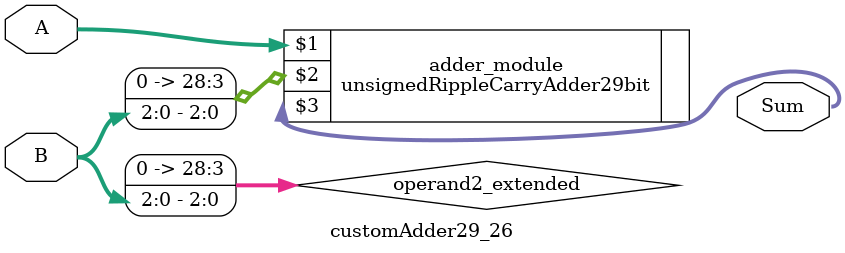
<source format=v>

module customAdder29_26(
                    input [28 : 0] A,
                    input [2 : 0] B,
                    
                    output [29 : 0] Sum
            );

    wire [28 : 0] operand2_extended;
    
    assign operand2_extended =  {26'b0, B};
    
    unsignedRippleCarryAdder29bit adder_module(
        A,
        operand2_extended,
        Sum
    );
    
endmodule
        
</source>
